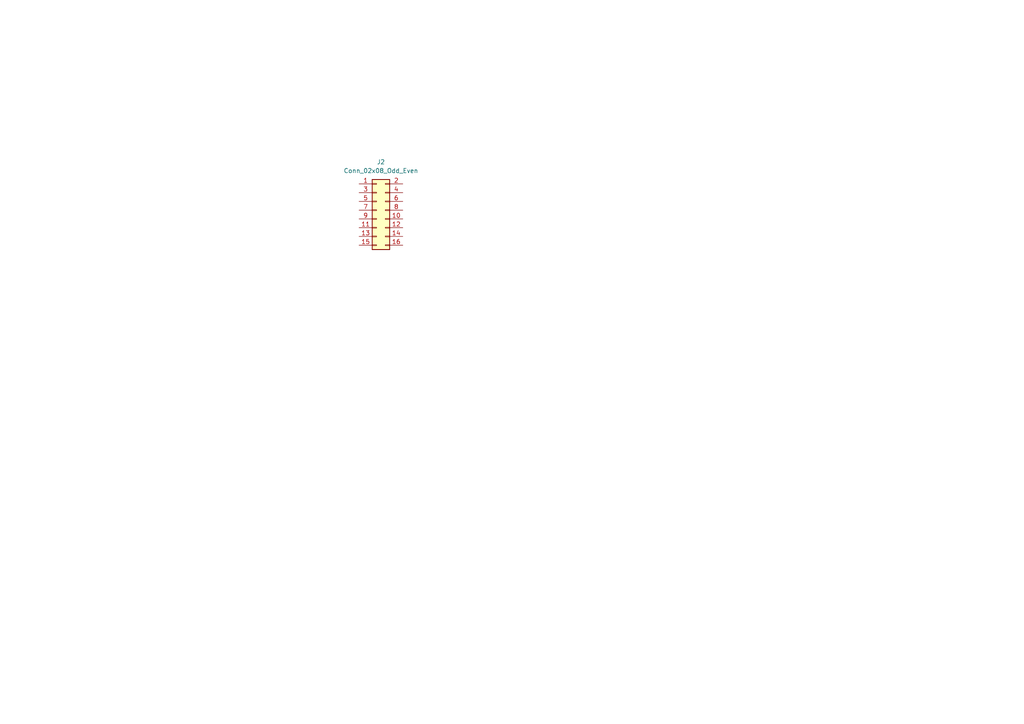
<source format=kicad_sch>
(kicad_sch (version 20231120) (generator "eeschema") (generator_version "8.0")
  (paper "A4")
  (lib_symbols
    (symbol "Connector_Generic:Conn_02x08_Odd_Even" (pin_names (offset 1.016) hide)
      (property "Reference" "J" (at 1.27 10.16 0))
      (property "Value" "Conn_02x08_Odd_Even" (at 1.27 -12.7 0))
      (symbol "Conn_02x08_Odd_Even_1_1"
        (rectangle (start -1.27 -10.033) (end 0 -10.287) (stroke (width 0.1524)))
        (rectangle (start -1.27 -7.493) (end 0 -7.747) (stroke (width 0.1524)))
        (rectangle (start -1.27 -4.953) (end 0 -5.207) (stroke (width 0.1524)))
        (rectangle (start -1.27 -2.413) (end 0 -2.667) (stroke (width 0.1524)))
        (rectangle (start -1.27 0.127) (end 0 -0.127) (stroke (width 0.1524)))
        (rectangle (start -1.27 2.667) (end 0 2.413) (stroke (width 0.1524)))
        (rectangle (start -1.27 5.207) (end 0 4.953) (stroke (width 0.1524)))
        (rectangle (start -1.27 7.747) (end 0 7.493) (stroke (width 0.1524)))
        (rectangle (start -1.27 8.89) (end 3.81 -11.43) (stroke (width 0.254)) (fill (type background)))
        (rectangle (start 3.81 -10.033) (end 2.54 -10.287) (stroke (width 0.1524)))
        (rectangle (start 3.81 -7.493) (end 2.54 -7.747) (stroke (width 0.1524)))
        (rectangle (start 3.81 -4.953) (end 2.54 -5.207) (stroke (width 0.1524)))
        (rectangle (start 3.81 -2.413) (end 2.54 -2.667) (stroke (width 0.1524)))
        (rectangle (start 3.81 0.127) (end 2.54 -0.127) (stroke (width 0.1524)))
        (rectangle (start 3.81 2.667) (end 2.54 2.413) (stroke (width 0.1524)))
        (rectangle (start 3.81 5.207) (end 2.54 4.953) (stroke (width 0.1524)))
        (rectangle (start 3.81 7.747) (end 2.54 7.493) (stroke (width 0.1524)))
        (pin passive line (at -5.08 7.62 0) (length 3.81) (name "Pin_1") (number "1"))
        (pin passive line (at 7.62 -2.54 180) (length 3.81) (name "Pin_10") (number "10"))
        (pin passive line (at -5.08 -5.08 0) (length 3.81) (name "Pin_11") (number "11"))
        (pin passive line (at 7.62 -5.08 180) (length 3.81) (name "Pin_12") (number "12"))
        (pin passive line (at -5.08 -7.62 0) (length 3.81) (name "Pin_13") (number "13"))
        (pin passive line (at 7.62 -7.62 180) (length 3.81) (name "Pin_14") (number "14"))
        (pin passive line (at -5.08 -10.16 0) (length 3.81) (name "Pin_15") (number "15"))
        (pin passive line (at 7.62 -10.16 180) (length 3.81) (name "Pin_16") (number "16"))
        (pin passive line (at 7.62 7.62 180) (length 3.81) (name "Pin_2") (number "2"))
        (pin passive line (at -5.08 5.08 0) (length 3.81) (name "Pin_3") (number "3"))
        (pin passive line (at 7.62 5.08 180) (length 3.81) (name "Pin_4") (number "4"))
        (pin passive line (at -5.08 2.54 0) (length 3.81) (name "Pin_5") (number "5"))
        (pin passive line (at 7.62 2.54 180) (length 3.81) (name "Pin_6") (number "6"))
        (pin passive line (at -5.08 0 0) (length 3.81) (name "Pin_7") (number "7"))
        (pin passive line (at 7.62 0 180) (length 3.81) (name "Pin_8") (number "8"))
        (pin passive line (at -5.08 -2.54 0) (length 3.81) (name "Pin_9") (number "9"))
      )
    )
  )
  (symbol (lib_id "Connector_Generic:Conn_02x08_Odd_Even") (at 109.22 60.96 0) (unit 1)
    (property "Reference" "J2" (at 110.49 46.99 0))
    (property "Value" "Conn_02x08_Odd_Even" (at 110.49 49.53 0))
    (property "Footprint" "Connector_PinHeader_2.54mm:PinHeader_2x08_P2.54mm_Horizontal" (effects (hide yes)))
    (property "Description" "Generic connector, double row, 02x08, odd/even pin numbering scheme (row 1 odd numbers, row 2 even numbers), script generated (kicad-library-utils/schlib/autogen/connector/)" (effects (hide yes)))
  )
)
</source>
